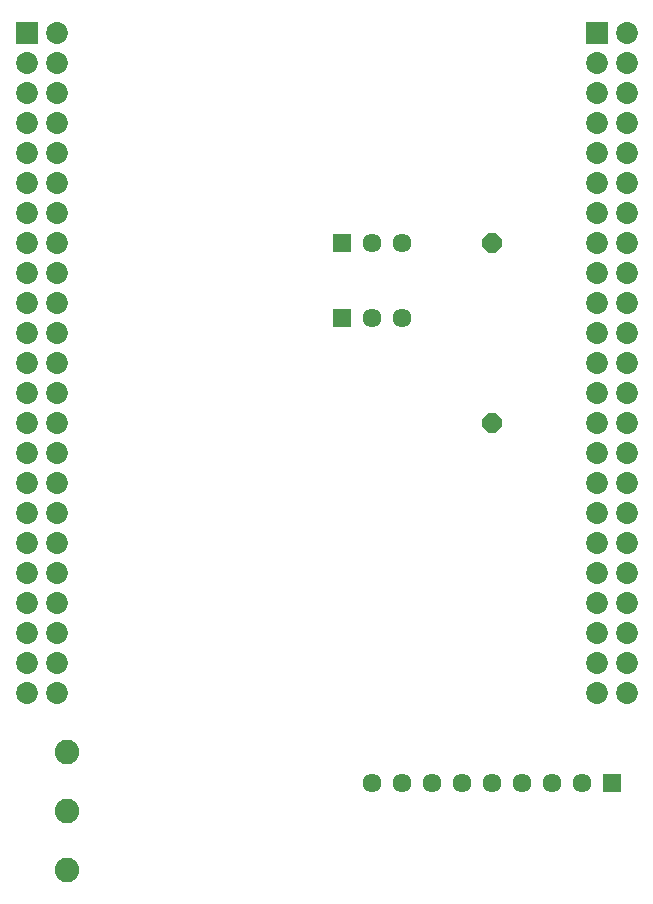
<source format=gts>
G75*
%MOIN*%
%OFA0B0*%
%FSLAX25Y25*%
%IPPOS*%
%LPD*%
%AMOC8*
5,1,8,0,0,1.08239X$1,22.5*
%
%ADD10R,0.07300X0.07300*%
%ADD11C,0.07300*%
%ADD12C,0.08182*%
%ADD13R,0.06350X0.06350*%
%ADD14C,0.06350*%
%ADD15OC8,0.06400*%
D10*
X0016000Y0296000D03*
X0206000Y0296000D03*
D11*
X0206000Y0286000D03*
X0206000Y0276000D03*
X0206000Y0266000D03*
X0206000Y0256000D03*
X0206000Y0246000D03*
X0206000Y0236000D03*
X0206000Y0226000D03*
X0206000Y0216000D03*
X0206000Y0206000D03*
X0206000Y0196000D03*
X0206000Y0186000D03*
X0206000Y0176000D03*
X0206000Y0166000D03*
X0206000Y0156000D03*
X0206000Y0146000D03*
X0206000Y0136000D03*
X0206000Y0126000D03*
X0206000Y0116000D03*
X0206000Y0106000D03*
X0206000Y0096000D03*
X0206000Y0086000D03*
X0206000Y0076000D03*
X0216000Y0076000D03*
X0216000Y0086000D03*
X0216000Y0096000D03*
X0216000Y0106000D03*
X0216000Y0116000D03*
X0216000Y0126000D03*
X0216000Y0136000D03*
X0216000Y0146000D03*
X0216000Y0156000D03*
X0216000Y0166000D03*
X0216000Y0176000D03*
X0216000Y0186000D03*
X0216000Y0196000D03*
X0216000Y0206000D03*
X0216000Y0216000D03*
X0216000Y0226000D03*
X0216000Y0236000D03*
X0216000Y0246000D03*
X0216000Y0256000D03*
X0216000Y0266000D03*
X0216000Y0276000D03*
X0216000Y0286000D03*
X0216000Y0296000D03*
X0026000Y0296000D03*
X0026000Y0286000D03*
X0026000Y0276000D03*
X0026000Y0266000D03*
X0026000Y0256000D03*
X0026000Y0246000D03*
X0026000Y0236000D03*
X0026000Y0226000D03*
X0026000Y0216000D03*
X0026000Y0206000D03*
X0026000Y0196000D03*
X0026000Y0186000D03*
X0026000Y0176000D03*
X0026000Y0166000D03*
X0026000Y0156000D03*
X0026000Y0146000D03*
X0026000Y0136000D03*
X0026000Y0126000D03*
X0026000Y0116000D03*
X0026000Y0106000D03*
X0026000Y0096000D03*
X0026000Y0086000D03*
X0026000Y0076000D03*
X0016000Y0076000D03*
X0016000Y0086000D03*
X0016000Y0096000D03*
X0016000Y0106000D03*
X0016000Y0116000D03*
X0016000Y0126000D03*
X0016000Y0136000D03*
X0016000Y0146000D03*
X0016000Y0156000D03*
X0016000Y0166000D03*
X0016000Y0176000D03*
X0016000Y0186000D03*
X0016000Y0196000D03*
X0016000Y0206000D03*
X0016000Y0216000D03*
X0016000Y0226000D03*
X0016000Y0236000D03*
X0016000Y0246000D03*
X0016000Y0256000D03*
X0016000Y0266000D03*
X0016000Y0276000D03*
X0016000Y0286000D03*
D12*
X0029622Y0016787D03*
X0029622Y0036472D03*
X0029622Y0056157D03*
D13*
X0121000Y0201000D03*
X0121000Y0226000D03*
X0211000Y0046000D03*
D14*
X0201000Y0046000D03*
X0191000Y0046000D03*
X0181000Y0046000D03*
X0171000Y0046000D03*
X0161000Y0046000D03*
X0151000Y0046000D03*
X0141000Y0046000D03*
X0131000Y0046000D03*
X0131000Y0201000D03*
X0141000Y0201000D03*
X0141000Y0226000D03*
X0131000Y0226000D03*
D15*
X0171000Y0226000D03*
X0171000Y0166000D03*
M02*

</source>
